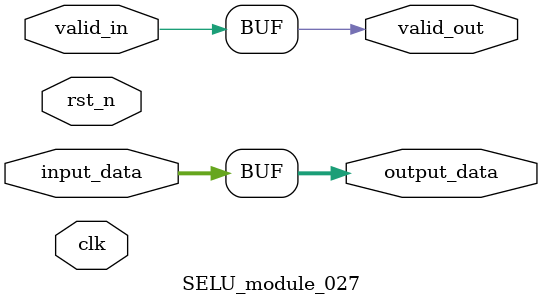
<source format=v>

module SELU_module_027 (
    input clk,
    input rst_n,
    input valid_in,
    output valid_out,
    // Add specific ports based on operator type
    input [31:0] input_data,
    output [31:0] output_data
);

    // Module implementation would go here
    // This is a template - actual implementation depends on the operator
    
        // Generic operator implementation
    assign output_data = input_data; // Placeholder
    assign valid_out = valid_in;

endmodule

</source>
